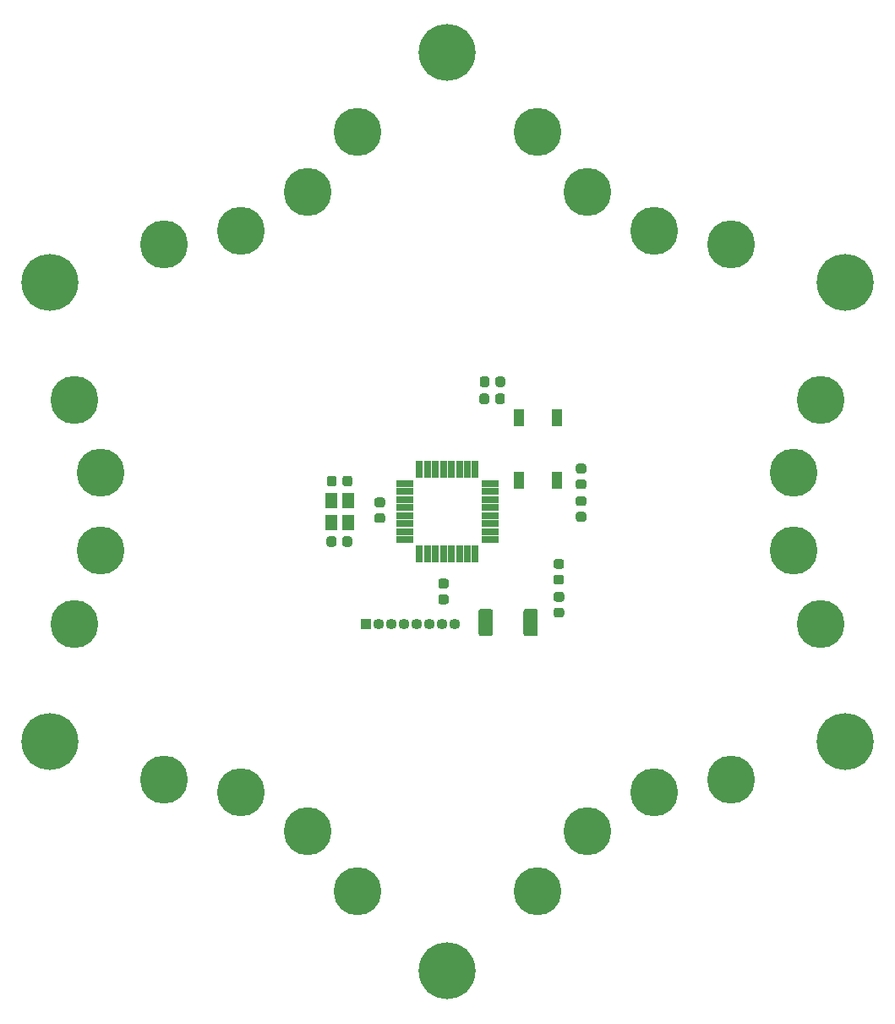
<source format=gbs>
%TF.GenerationSoftware,KiCad,Pcbnew,(5.1.6)-1*%
%TF.CreationDate,2020-12-17T15:03:58+07:00*%
%TF.ProjectId,Snowduno,536e6f77-6475-46e6-9f2e-6b696361645f,rev?*%
%TF.SameCoordinates,Original*%
%TF.FileFunction,Soldermask,Bot*%
%TF.FilePolarity,Negative*%
%FSLAX46Y46*%
G04 Gerber Fmt 4.6, Leading zero omitted, Abs format (unit mm)*
G04 Created by KiCad (PCBNEW (5.1.6)-1) date 2020-12-17 15:03:58*
%MOMM*%
%LPD*%
G01*
G04 APERTURE LIST*
%ADD10O,1.100000X1.100000*%
%ADD11R,1.100000X1.100000*%
%ADD12R,1.300000X1.500000*%
%ADD13R,0.650000X1.700000*%
%ADD14R,1.700000X0.650000*%
%ADD15R,1.100000X1.800000*%
%ADD16C,4.800000*%
%ADD17C,5.700000*%
G04 APERTURE END LIST*
D10*
%TO.C,J1*%
X141650000Y-109260000D03*
X140380000Y-109260000D03*
X139110000Y-109260000D03*
X137840000Y-109260000D03*
X136570000Y-109260000D03*
X135300000Y-109260000D03*
X134030000Y-109260000D03*
D11*
X132760000Y-109260000D03*
%TD*%
D12*
%TO.C,Y1*%
X130980000Y-99130000D03*
X130980000Y-96930000D03*
X129280000Y-96930000D03*
X129280000Y-99130000D03*
%TD*%
D13*
%TO.C,U1*%
X138150000Y-102300000D03*
X138950000Y-102300000D03*
X139750000Y-102300000D03*
X140550000Y-102300000D03*
X141350000Y-102300000D03*
X142150000Y-102300000D03*
X142950000Y-102300000D03*
X143750000Y-102300000D03*
D14*
X145200000Y-100850000D03*
X145200000Y-100050000D03*
X145200000Y-99250000D03*
X145200000Y-98450000D03*
X145200000Y-97650000D03*
X145200000Y-96850000D03*
X145200000Y-96050000D03*
X145200000Y-95250000D03*
D13*
X143750000Y-93800000D03*
X142950000Y-93800000D03*
X142150000Y-93800000D03*
X141350000Y-93800000D03*
X140550000Y-93800000D03*
X139750000Y-93800000D03*
X138950000Y-93800000D03*
X138150000Y-93800000D03*
D14*
X136700000Y-95250000D03*
X136700000Y-96050000D03*
X136700000Y-96850000D03*
X136700000Y-97650000D03*
X136700000Y-98450000D03*
X136700000Y-99250000D03*
X136700000Y-100050000D03*
X136700000Y-100850000D03*
%TD*%
D15*
%TO.C,SW1*%
X148150000Y-88640000D03*
X148150000Y-94940000D03*
X151950000Y-88640000D03*
X151950000Y-94940000D03*
%TD*%
%TO.C,R4*%
G36*
G01*
X154621250Y-97477500D02*
X154058750Y-97477500D01*
G75*
G02*
X153815000Y-97233750I0J243750D01*
G01*
X153815000Y-96746250D01*
G75*
G02*
X154058750Y-96502500I243750J0D01*
G01*
X154621250Y-96502500D01*
G75*
G02*
X154865000Y-96746250I0J-243750D01*
G01*
X154865000Y-97233750D01*
G75*
G02*
X154621250Y-97477500I-243750J0D01*
G01*
G37*
G36*
G01*
X154621250Y-99052500D02*
X154058750Y-99052500D01*
G75*
G02*
X153815000Y-98808750I0J243750D01*
G01*
X153815000Y-98321250D01*
G75*
G02*
X154058750Y-98077500I243750J0D01*
G01*
X154621250Y-98077500D01*
G75*
G02*
X154865000Y-98321250I0J-243750D01*
G01*
X154865000Y-98808750D01*
G75*
G02*
X154621250Y-99052500I-243750J0D01*
G01*
G37*
%TD*%
%TO.C,R3*%
G36*
G01*
X152401250Y-107070000D02*
X151838750Y-107070000D01*
G75*
G02*
X151595000Y-106826250I0J243750D01*
G01*
X151595000Y-106338750D01*
G75*
G02*
X151838750Y-106095000I243750J0D01*
G01*
X152401250Y-106095000D01*
G75*
G02*
X152645000Y-106338750I0J-243750D01*
G01*
X152645000Y-106826250D01*
G75*
G02*
X152401250Y-107070000I-243750J0D01*
G01*
G37*
G36*
G01*
X152401250Y-108645000D02*
X151838750Y-108645000D01*
G75*
G02*
X151595000Y-108401250I0J243750D01*
G01*
X151595000Y-107913750D01*
G75*
G02*
X151838750Y-107670000I243750J0D01*
G01*
X152401250Y-107670000D01*
G75*
G02*
X152645000Y-107913750I0J-243750D01*
G01*
X152645000Y-108401250D01*
G75*
G02*
X152401250Y-108645000I-243750J0D01*
G01*
G37*
%TD*%
%TO.C,R2*%
G36*
G01*
X151828750Y-104367500D02*
X152391250Y-104367500D01*
G75*
G02*
X152635000Y-104611250I0J-243750D01*
G01*
X152635000Y-105098750D01*
G75*
G02*
X152391250Y-105342500I-243750J0D01*
G01*
X151828750Y-105342500D01*
G75*
G02*
X151585000Y-105098750I0J243750D01*
G01*
X151585000Y-104611250D01*
G75*
G02*
X151828750Y-104367500I243750J0D01*
G01*
G37*
G36*
G01*
X151828750Y-102792500D02*
X152391250Y-102792500D01*
G75*
G02*
X152635000Y-103036250I0J-243750D01*
G01*
X152635000Y-103523750D01*
G75*
G02*
X152391250Y-103767500I-243750J0D01*
G01*
X151828750Y-103767500D01*
G75*
G02*
X151585000Y-103523750I0J243750D01*
G01*
X151585000Y-103036250D01*
G75*
G02*
X151828750Y-102792500I243750J0D01*
G01*
G37*
%TD*%
%TO.C,R1*%
G36*
G01*
X145732500Y-87031250D02*
X145732500Y-86468750D01*
G75*
G02*
X145976250Y-86225000I243750J0D01*
G01*
X146463750Y-86225000D01*
G75*
G02*
X146707500Y-86468750I0J-243750D01*
G01*
X146707500Y-87031250D01*
G75*
G02*
X146463750Y-87275000I-243750J0D01*
G01*
X145976250Y-87275000D01*
G75*
G02*
X145732500Y-87031250I0J243750D01*
G01*
G37*
G36*
G01*
X144157500Y-87031250D02*
X144157500Y-86468750D01*
G75*
G02*
X144401250Y-86225000I243750J0D01*
G01*
X144888750Y-86225000D01*
G75*
G02*
X145132500Y-86468750I0J-243750D01*
G01*
X145132500Y-87031250D01*
G75*
G02*
X144888750Y-87275000I-243750J0D01*
G01*
X144401250Y-87275000D01*
G75*
G02*
X144157500Y-87031250I0J243750D01*
G01*
G37*
%TD*%
D16*
%TO.C,H30*%
X126949399Y-130054704D03*
%TD*%
%TO.C,H29*%
X161662212Y-126179060D03*
%TD*%
%TO.C,H28*%
X175662212Y-94179060D03*
%TD*%
%TO.C,H27*%
X154949399Y-66054704D03*
%TD*%
%TO.C,H26*%
X120236586Y-69930348D03*
%TD*%
%TO.C,H25*%
X106236586Y-101930349D03*
%TD*%
%TO.C,H24*%
X131949399Y-136054705D03*
%TD*%
%TO.C,H23*%
X169358365Y-124848933D03*
%TD*%
%TO.C,H22*%
X178358365Y-86848932D03*
%TD*%
%TO.C,H21*%
X149949399Y-60054703D03*
%TD*%
%TO.C,H20*%
X112540433Y-71260475D03*
%TD*%
%TO.C,H19*%
X103540433Y-109260477D03*
%TD*%
D17*
%TO.C,H18*%
X140949399Y-144054704D03*
%TD*%
%TO.C,H17*%
X180786568Y-121054705D03*
%TD*%
%TO.C,H16*%
X180786568Y-75054704D03*
%TD*%
%TO.C,H15*%
X140949401Y-52054704D03*
%TD*%
%TO.C,H14*%
X101112229Y-75054705D03*
%TD*%
%TO.C,H13*%
X101112230Y-121054707D03*
%TD*%
D16*
%TO.C,H12*%
X149949399Y-136054705D03*
%TD*%
%TO.C,H11*%
X178358365Y-109260477D03*
%TD*%
%TO.C,H10*%
X169358365Y-71260476D03*
%TD*%
%TO.C,H9*%
X131949399Y-60054703D03*
%TD*%
%TO.C,H8*%
X103540433Y-86848932D03*
%TD*%
%TO.C,H7*%
X112540433Y-124848932D03*
%TD*%
%TO.C,H6*%
X154949399Y-130054704D03*
%TD*%
%TO.C,H5*%
X175662212Y-101930349D03*
%TD*%
%TO.C,H4*%
X161662212Y-69930348D03*
%TD*%
%TO.C,H3*%
X126949399Y-66054704D03*
%TD*%
%TO.C,H2*%
X106236586Y-94179060D03*
%TD*%
%TO.C,H1*%
X120236586Y-126179060D03*
%TD*%
%TO.C,D2*%
G36*
G01*
X145515000Y-108043518D02*
X145515000Y-110256482D01*
G75*
G02*
X145246482Y-110525000I-268518J0D01*
G01*
X144333518Y-110525000D01*
G75*
G02*
X144065000Y-110256482I0J268518D01*
G01*
X144065000Y-108043518D01*
G75*
G02*
X144333518Y-107775000I268518J0D01*
G01*
X145246482Y-107775000D01*
G75*
G02*
X145515000Y-108043518I0J-268518D01*
G01*
G37*
G36*
G01*
X150015000Y-108043518D02*
X150015000Y-110256482D01*
G75*
G02*
X149746482Y-110525000I-268518J0D01*
G01*
X148833518Y-110525000D01*
G75*
G02*
X148565000Y-110256482I0J268518D01*
G01*
X148565000Y-108043518D01*
G75*
G02*
X148833518Y-107775000I268518J0D01*
G01*
X149746482Y-107775000D01*
G75*
G02*
X150015000Y-108043518I0J-268518D01*
G01*
G37*
%TD*%
%TO.C,D1*%
G36*
G01*
X145760000Y-85321250D02*
X145760000Y-84758750D01*
G75*
G02*
X146003750Y-84515000I243750J0D01*
G01*
X146491250Y-84515000D01*
G75*
G02*
X146735000Y-84758750I0J-243750D01*
G01*
X146735000Y-85321250D01*
G75*
G02*
X146491250Y-85565000I-243750J0D01*
G01*
X146003750Y-85565000D01*
G75*
G02*
X145760000Y-85321250I0J243750D01*
G01*
G37*
G36*
G01*
X144185000Y-85321250D02*
X144185000Y-84758750D01*
G75*
G02*
X144428750Y-84515000I243750J0D01*
G01*
X144916250Y-84515000D01*
G75*
G02*
X145160000Y-84758750I0J-243750D01*
G01*
X145160000Y-85321250D01*
G75*
G02*
X144916250Y-85565000I-243750J0D01*
G01*
X144428750Y-85565000D01*
G75*
G02*
X144185000Y-85321250I0J243750D01*
G01*
G37*
%TD*%
%TO.C,C5*%
G36*
G01*
X129840000Y-94708750D02*
X129840000Y-95271250D01*
G75*
G02*
X129596250Y-95515000I-243750J0D01*
G01*
X129108750Y-95515000D01*
G75*
G02*
X128865000Y-95271250I0J243750D01*
G01*
X128865000Y-94708750D01*
G75*
G02*
X129108750Y-94465000I243750J0D01*
G01*
X129596250Y-94465000D01*
G75*
G02*
X129840000Y-94708750I0J-243750D01*
G01*
G37*
G36*
G01*
X131415000Y-94708750D02*
X131415000Y-95271250D01*
G75*
G02*
X131171250Y-95515000I-243750J0D01*
G01*
X130683750Y-95515000D01*
G75*
G02*
X130440000Y-95271250I0J243750D01*
G01*
X130440000Y-94708750D01*
G75*
G02*
X130683750Y-94465000I243750J0D01*
G01*
X131171250Y-94465000D01*
G75*
G02*
X131415000Y-94708750I0J-243750D01*
G01*
G37*
%TD*%
%TO.C,C4*%
G36*
G01*
X133888750Y-98207500D02*
X134451250Y-98207500D01*
G75*
G02*
X134695000Y-98451250I0J-243750D01*
G01*
X134695000Y-98938750D01*
G75*
G02*
X134451250Y-99182500I-243750J0D01*
G01*
X133888750Y-99182500D01*
G75*
G02*
X133645000Y-98938750I0J243750D01*
G01*
X133645000Y-98451250D01*
G75*
G02*
X133888750Y-98207500I243750J0D01*
G01*
G37*
G36*
G01*
X133888750Y-96632500D02*
X134451250Y-96632500D01*
G75*
G02*
X134695000Y-96876250I0J-243750D01*
G01*
X134695000Y-97363750D01*
G75*
G02*
X134451250Y-97607500I-243750J0D01*
G01*
X133888750Y-97607500D01*
G75*
G02*
X133645000Y-97363750I0J243750D01*
G01*
X133645000Y-96876250D01*
G75*
G02*
X133888750Y-96632500I243750J0D01*
G01*
G37*
%TD*%
%TO.C,C3*%
G36*
G01*
X140841250Y-105737500D02*
X140278750Y-105737500D01*
G75*
G02*
X140035000Y-105493750I0J243750D01*
G01*
X140035000Y-105006250D01*
G75*
G02*
X140278750Y-104762500I243750J0D01*
G01*
X140841250Y-104762500D01*
G75*
G02*
X141085000Y-105006250I0J-243750D01*
G01*
X141085000Y-105493750D01*
G75*
G02*
X140841250Y-105737500I-243750J0D01*
G01*
G37*
G36*
G01*
X140841250Y-107312500D02*
X140278750Y-107312500D01*
G75*
G02*
X140035000Y-107068750I0J243750D01*
G01*
X140035000Y-106581250D01*
G75*
G02*
X140278750Y-106337500I243750J0D01*
G01*
X140841250Y-106337500D01*
G75*
G02*
X141085000Y-106581250I0J-243750D01*
G01*
X141085000Y-107068750D01*
G75*
G02*
X140841250Y-107312500I-243750J0D01*
G01*
G37*
%TD*%
%TO.C,C2*%
G36*
G01*
X130420000Y-101321250D02*
X130420000Y-100758750D01*
G75*
G02*
X130663750Y-100515000I243750J0D01*
G01*
X131151250Y-100515000D01*
G75*
G02*
X131395000Y-100758750I0J-243750D01*
G01*
X131395000Y-101321250D01*
G75*
G02*
X131151250Y-101565000I-243750J0D01*
G01*
X130663750Y-101565000D01*
G75*
G02*
X130420000Y-101321250I0J243750D01*
G01*
G37*
G36*
G01*
X128845000Y-101321250D02*
X128845000Y-100758750D01*
G75*
G02*
X129088750Y-100515000I243750J0D01*
G01*
X129576250Y-100515000D01*
G75*
G02*
X129820000Y-100758750I0J-243750D01*
G01*
X129820000Y-101321250D01*
G75*
G02*
X129576250Y-101565000I-243750J0D01*
G01*
X129088750Y-101565000D01*
G75*
G02*
X128845000Y-101321250I0J243750D01*
G01*
G37*
%TD*%
%TO.C,C1*%
G36*
G01*
X154621250Y-94220000D02*
X154058750Y-94220000D01*
G75*
G02*
X153815000Y-93976250I0J243750D01*
G01*
X153815000Y-93488750D01*
G75*
G02*
X154058750Y-93245000I243750J0D01*
G01*
X154621250Y-93245000D01*
G75*
G02*
X154865000Y-93488750I0J-243750D01*
G01*
X154865000Y-93976250D01*
G75*
G02*
X154621250Y-94220000I-243750J0D01*
G01*
G37*
G36*
G01*
X154621250Y-95795000D02*
X154058750Y-95795000D01*
G75*
G02*
X153815000Y-95551250I0J243750D01*
G01*
X153815000Y-95063750D01*
G75*
G02*
X154058750Y-94820000I243750J0D01*
G01*
X154621250Y-94820000D01*
G75*
G02*
X154865000Y-95063750I0J-243750D01*
G01*
X154865000Y-95551250D01*
G75*
G02*
X154621250Y-95795000I-243750J0D01*
G01*
G37*
%TD*%
M02*

</source>
